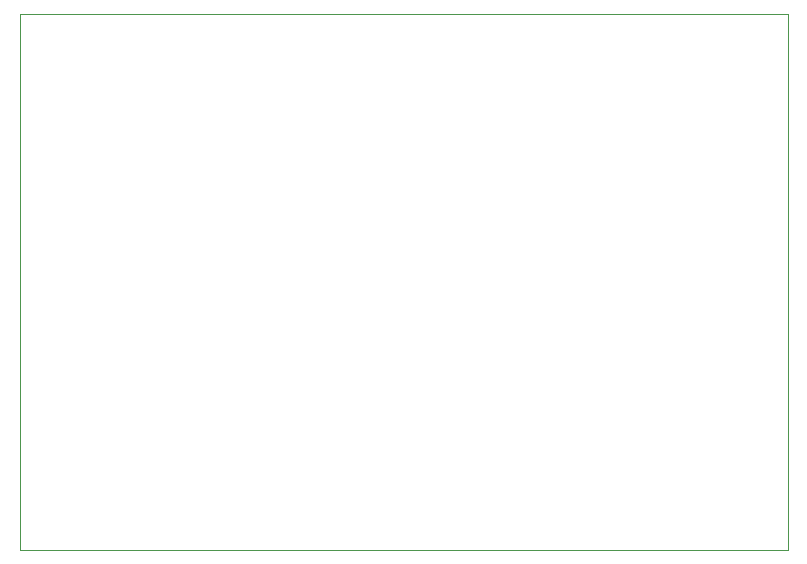
<source format=gm1>
G04 #@! TF.GenerationSoftware,KiCad,Pcbnew,(5.1.8)-1*
G04 #@! TF.CreationDate,2021-01-26T22:47:04-05:00*
G04 #@! TF.ProjectId,kimchi_ulid,6b696d63-6869-45f7-956c-69642e6b6963,v0.1*
G04 #@! TF.SameCoordinates,Original*
G04 #@! TF.FileFunction,Profile,NP*
%FSLAX46Y46*%
G04 Gerber Fmt 4.6, Leading zero omitted, Abs format (unit mm)*
G04 Created by KiCad (PCBNEW (5.1.8)-1) date 2021-01-26 22:47:04*
%MOMM*%
%LPD*%
G01*
G04 APERTURE LIST*
G04 #@! TA.AperFunction,Profile*
%ADD10C,0.100000*%
G04 #@! TD*
G04 APERTURE END LIST*
D10*
X172000000Y-80600000D02*
X107000000Y-80600000D01*
X107000000Y-126000000D02*
X172000000Y-126000000D01*
X107000000Y-80600000D02*
X107000000Y-126000000D01*
X172000000Y-126000000D02*
X172000000Y-80600000D01*
M02*

</source>
